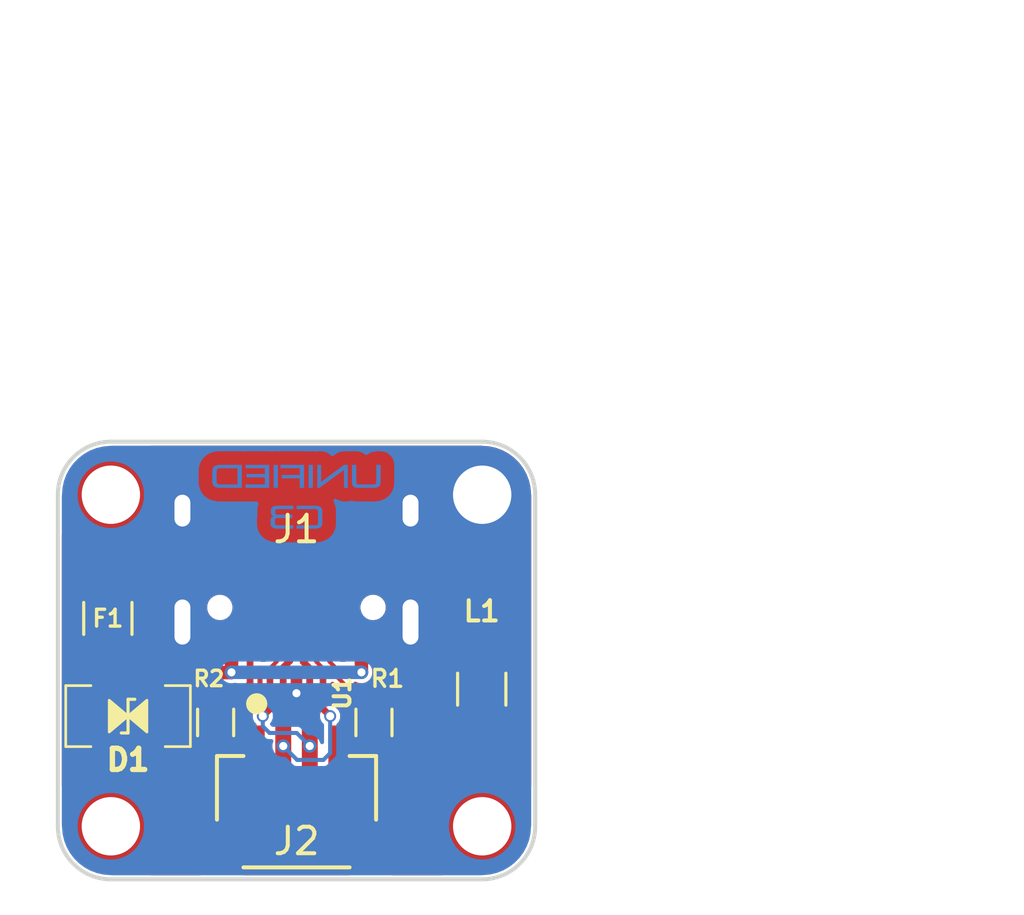
<source format=kicad_pcb>
(kicad_pcb (version 20200104) (host pcbnew "(5.99.0-840-g2507f985a)")
  (title_block (title "Unified Daughterboard") (date "2020-03-22") (rev "C3") (company "Designed by the keyboard community"))
  (layers (0 "F.Cu" signal) (31 "B.Cu" signal) (34 "B.Paste" user) (35 "F.Paste" user) (36 "B.SilkS" user) (37 "F.SilkS" user) (38 "B.Mask" user) (39 "F.Mask" user) (44 "Edge.Cuts" user))
  (net 0 "")
  (net 1 "GND")
  (net 2 "VCC")
  (net 3 "GNDPWR")
  (net 4 "Net-(J1-PadB8)")
  (net 5 "Net-(J1-PadA5)")
  (net 6 "DA+")
  (net 7 "Net-(J1-PadB5)")
  (net 8 "Net-(J1-PadA8)")
  (net 9 "DA-")
  (net 10 "VBUS")
  (net 11 "Net-(MH3-Pad1)")
  (module "Unified-Daughterboard-Logo:Unified-Daughterboard-Logo.pretty" (layer "B.Cu") (at 75.0025 66.509 180)
    (fp_text reference "G1" hide)
    (fp_text value "Unified-Daughterboard-Logo" hide)
  )
  (module "Unified-Daughterboard-Logo:Unified-Daughterboard-Name.pretty" (layer "B.Cu") (at 75.0025 58.62 180)
    (fp_text reference "G2" hide)
    (fp_text value "Unified-Daughterboard-Name" hide)
    (pad "1" smd custom (at -0.9 -0.79 180) (size 0.1 0.1) (layers "B.Cu" "B.Mask") (options (clearance outline) (anchor circle)) (primitives (gr_poly (pts (xy 0.894083 0.325546) (xy 0.541462 0.325546) (xy 0.502296 0.325545) (xy 0.465973 0.32554) (xy 0.432379 0.325531) (xy 0.401399 0.325515) (xy 0.372919 0.325491) (xy 0.346825 0.325457) (xy 0.323001 0.325412) (xy 0.301333 0.325354) (xy 0.281706 0.325282) (xy 0.264006 0.325194) (xy 0.248118 0.325088) (xy 0.233927 0.324964) (xy 0.22132 0.324818) (xy 0.21018 0.324651) (xy 0.200394 0.324459) (xy 0.191847 0.324243) (xy 0.184424 0.323999) (xy 0.178011 0.323727) (xy 0.172493 0.323425) (xy 0.167755 0.323092) (xy 0.163683 0.322725) (xy 0.160163 0.322323) (xy 0.157079 0.321885) (xy 0.154316 0.321409) (xy 0.151761 0.320894) (xy 0.149299 0.320338) (xy 0.148591 0.320169) (xy 0.134767 0.315738) (xy 0.122093 0.309466) (xy 0.111022 0.301664) (xy 0.102003 0.292642) (xy 0.096276 0.284226) (xy 0.09522 0.282323) (xy 0.094258 0.280578) (xy 0.093385 0.278853) (xy 0.092597 0.277009) (xy 0.091889 0.274907) (xy 0.091257 0.272409) (xy 0.090698 0.269377) (xy 0.090206 0.265671) (xy 0.089777 0.261153) (xy 0.089407 0.255685) (xy 0.089091 0.249127) (xy 0.088825 0.241342) (xy 0.088606 0.232189) (xy 0.088427 0.221532) (xy 0.088286 0.209231) (xy 0.088177 0.195148) (xy 0.088097 0.179143) (xy 0.088041 0.161079) (xy 0.088004 0.140816) (xy 0.087983 0.118217) (xy 0.087973 0.093142) (xy 0.08797 0.065453) (xy 0.087968 0.035011) (xy 0.087967 0.019302) (xy 0.087962 -0.012397) (xy 0.087956 -0.041279) (xy 0.087954 -0.067481) (xy 0.08796 -0.091143) (xy 0.087981 -0.112407) (xy 0.088019 -0.131409) (xy 0.088081 -0.148292) (xy 0.08817 -0.163194) (xy 0.088293 -0.176254) (xy 0.088453 -0.187613) (xy 0.088655 -0.19741) (xy 0.088905 -0.205785) (xy 0.089207 -0.212877) (xy 0.089566 -0.218826) (xy 0.089987 -0.223772) (xy 0.090474 -0.227854) (xy 0.091032 -0.231212) (xy 0.091667 -0.233986) (xy 0.092383 -0.236315) (xy 0.093185 -0.238338) (xy 0.094077 -0.240196) (xy 0.095065 -0.242029) (xy 0.096154 -0.243975) (xy 0.097122 -0.245749) (xy 0.104221 -0.256019) (xy 0.113823 -0.264855) (xy 0.125966 -0.272283) (xy 0.140689 -0.27833) (xy 0.148215 -0.28062) (xy 0.162643 -0.284604) (xy 0.894083 -0.285396) (xy 0.894083 -0.41403) (xy 0.526884 -0.413772) (xy 0.494046 -0.413747) (xy 0.461942 -0.413718) (xy 0.430703 -0.413687) (xy 0.400456 -0.413653) (xy 0.37133 -0.413616) (xy 0.343454 -0.413577) (xy 0.316956 -0.413536) (xy 0.291966 -0.413493) (xy 0.268613 -0.413449) (xy 0.247024 -0.413404) (xy 0.227328 -0.413358) (xy 0.209656 -0.413311) (xy 0.194134 -0.413263) (xy 0.180892 -0.413216) (xy 0.170059 -0.413168) (xy 0.161763 -0.413121) (xy 0.156133 -0.413074) (xy 0.153298 -0.413029) (xy 0.153028 -0.413017) (xy 0.121848 -0.409723) (xy 0.09296 -0.404651) (xy 0.066269 -0.397774) (xy 0.041682 -0.389062) (xy 0.019103 -0.378489) (xy -0.000191 -0.366948) (xy -0.009353 -0.360104) (xy -0.019054 -0.351632) (xy -0.028538 -0.342284) (xy -0.037047 -0.332809) (xy -0.043823 -0.323961) (xy -0.044427 -0.323062) (xy -0.055649 -0.303459) (xy -0.064639 -0.281934) (xy -0.071402 -0.25847) (xy -0.072805 -0.252009) (xy -0.073144 -0.250229) (xy -0.073454 -0.248282) (xy -0.073735 -0.246032) (xy -0.073989 -0.243343) (xy -0.074218 -0.240081) (xy -0.074422 -0.236108) (xy -0.074604 -0.231291) (xy -0.074764 -0.225492) (xy -0.074904 -0.218577) (xy -0.075025 -0.21041) (xy -0.075129 -0.200854) (xy -0.075216 -0.189776) (xy -0.075289 -0.177038) (xy -0.075348 -0.162506) (xy -0.075396 -0.146044) (xy -0.075432 -0.127516) (xy -0.075459 -0.106786) (xy -0.075478 -0.083719) (xy -0.075491 -0.058179) (xy -0.075498 -0.030031) (xy -0.075501 0.000861) (xy -0.075501 0.278953) (xy -0.072189 0.293898) (xy -0.066762 0.314711) (xy -0.060136 0.333172) (xy -0.052076 0.349726) (xy -0.042344 0.36482) (xy -0.030704 0.378898) (xy -0.022926 0.386832) (xy -0.0073 0.400278) (xy 0.010114 0.412157) (xy 0.029459 0.422527) (xy 0.050879 0.431444) (xy 0.074518 0.438966) (xy 0.100521 0.44515) (xy 0.129032 0.450053) (xy 0.139716 0.451488) (xy 0.142136 0.45169) (xy 0.146134 0.45188) (xy 0.151784 0.452059) (xy 0.159167 0.452228) (xy 0.168358 0.452386) (xy 0.179434 0.452535) (xy 0.192475 0.452675) (xy 0.207556 0.452805) (xy 0.224755 0.452928) (xy 0.24415 0.453042) (xy 0.265818 0.453149) (xy 0.289836 0.45325) (xy 0.316282 0.453344) (xy 0.345233 0.453431) (xy 0.376767 0.453514) (xy 0.410961 0.453591) (xy 0.447892 0.453663) (xy 0.487637 0.453732) (xy 0.523926 0.453788) (xy 0.894083 0.454326)) (width 0))))
    (pad "1" smd custom (at 0.52 -0.73 180) (size 0.1 0.1) (layers "B.Cu" "B.Mask") (options (clearance outline) (anchor circle)) (primitives (gr_poly (pts (xy 0.036814 0.394003) (xy 0.066889 0.393969) (xy 0.094232 0.393912) (xy 0.118817 0.393835) (xy 0.140617 0.393736) (xy 0.159607 0.393616) (xy 0.175759 0.393475) (xy 0.189048 0.393313) (xy 0.199447 0.39313) (xy 0.206929 0.392927) (xy 0.20996 0.392797) (xy 0.24124 0.39039) (xy 0.269999 0.386589) (xy 0.296342 0.38136) (xy 0.320374 0.374669) (xy 0.342202 0.366479) (xy 0.361931 0.356757) (xy 0.379667 0.345468) (xy 0.395515 0.332578) (xy 0.396639 0.331537) (xy 0.410142 0.316976) (xy 0.421412 0.300576) (xy 0.430475 0.282284) (xy 0.43736 0.262045) (xy 0.442093 0.239803) (xy 0.442231 0.238921) (xy 0.442943 0.232475) (xy 0.443524 0.2236) (xy 0.443972 0.212784) (xy 0.44429 0.200519) (xy 0.444476 0.187292) (xy 0.444531 0.173593) (xy 0.444456 0.159912) (xy 0.444252 0.146738) (xy 0.443917 0.134561) (xy 0.443453 0.123868) (xy 0.442861 0.115151) (xy 0.442139 0.108898) (xy 0.442136 0.108879) (xy 0.437575 0.088735) (xy 0.430735 0.070047) (xy 0.421759 0.052993) (xy 0.410787 0.03775) (xy 0.39796 0.024494) (xy 0.383421 0.013403) (xy 0.36731 0.004652) (xy 0.355107 -0.000007) (xy 0.35037 -0.001668) (xy 0.34719 -0.003066) (xy 0.346162 -0.003934) (xy 0.346233 -0.004003) (xy 0.348261 -0.004834) (xy 0.35215 -0.006203) (xy 0.355658 -0.007361) (xy 0.374014 -0.014706) (xy 0.391868 -0.024655) (xy 0.408658 -0.036859) (xy 0.421513 -0.048579) (xy 0.430795 -0.058772) (xy 0.437945 -0.06865) (xy 0.443513 -0.079144) (xy 0.448048 -0.091184) (xy 0.449481 -0.095893) (xy 0.450886 -0.101058) (xy 0.452092 -0.106308) (xy 0.453111 -0.111896) (xy 0.453956 -0.118075) (xy 0.454638 -0.125097) (xy 0.45517 -0.133217) (xy 0.455565 -0.142686) (xy 0.455834 -0.153757) (xy 0.45599 -0.166684) (xy 0.456045 -0.181718) (xy 0.456011 -0.199114) (xy 0.455901 -0.219124) (xy 0.455845 -0.227015) (xy 0.455699 -0.246046) (xy 0.45555 -0.262402) (xy 0.45537 -0.276368) (xy 0.455134 -0.288225) (xy 0.454815 -0.298257) (xy 0.454388 -0.306749) (xy 0.453827 -0.313983) (xy 0.453106 -0.320243) (xy 0.452198 -0.325813) (xy 0.451078 -0.330975) (xy 0.44972 -0.336013) (xy 0.448098 -0.341211) (xy 0.446185 -0.346852) (xy 0.444385 -0.352) (xy 0.436271 -0.370825) (xy 0.425675 -0.388126) (xy 0.412579 -0.40392) (xy 0.396964 -0.418223) (xy 0.37881 -0.431054) (xy 0.358101 -0.442428) (xy 0.334816 -0.452364) (xy 0.33421 -0.452591) (xy 0.313456 -0.459297) (xy 0.29046 -0.464759) (xy 0.265071 -0.469006) (xy 0.237137 -0.472068) (xy 0.231483 -0.472522) (xy 0.227444 -0.472711) (xy 0.220507 -0.472889) (xy 0.210732 -0.473055) (xy 0.198179 -0.473209) (xy 0.182908 -0.47335) (xy 0.164979 -0.473479) (xy 0.144453 -0.473596) (xy 0.12139 -0.473699) (xy 0.095849 -0.473788) (xy 0.067891 -0.473865) (xy 0.037575 -0.473927) (xy 0.004963 -0.473974) (xy -0.029886 -0.474008) (xy -0.066911 -0.474026) (xy -0.095055 -0.47403) (xy -0.401699 -0.47403) (xy -0.401314 -0.410057) (xy -0.400928 -0.346083) (xy -0.094004 -0.345344) (xy 0.21292 -0.344604) (xy 0.22752 -0.340576) (xy 0.243116 -0.335501) (xy 0.256059 -0.329555) (xy 0.266565 -0.322593) (xy 0.27485 -0.314468) (xy 0.28113 -0.305037) (xy 0.281618 -0.304092) (xy 0.283733 -0.299797) (xy 0.285505 -0.295814) (xy 0.286966 -0.291836) (xy 0.288151 -0.287554) (xy 0.289093 -0.28266) (xy 0.289826 -0.276847) (xy 0.290384 -0.269806) (xy 0.290801 -0.26123) (xy 0.29111 -0.250811) (xy 0.291345 -0.238241) (xy 0.29154 -0.223211) (xy 0.291656 -0.212506) (xy 0.291807 -0.193423) (xy 0.291838 -0.176815) (xy 0.291751 -0.162775) (xy 0.291546 -0.151397) (xy 0.291226 -0.142773) (xy 0.290791 -0.136997) (xy 0.290709 -0.13633) (xy 0.287993 -0.123624) (xy 0.283362 -0.112695) (xy 0.276633 -0.103349) (xy 0.267622 -0.095389) (xy 0.256147 -0.088622) (xy 0.242024 -0.082851) (xy 0.239897 -0.082135) (xy 0.237084 -0.081192) (xy 0.234531 -0.080326) (xy 0.232109 -0.079533) (xy 0.229687 -0.07881) (xy 0.227137 -0.078154) (xy 0.224328 -0.077561) (xy 0.22113 -0.077027) (xy 0.217414 -0.076549) (xy 0.21305 -0.076125) (xy 0.207909 -0.075749) (xy 0.201859 -0.075419) (xy 0.194773 -0.075131) (xy 0.186519 -0.074882) (xy 0.176968 -0.074668) (xy 0.165991 -0.074485) (xy 0.153457 -0.074332) (xy 0.139238 -0.074203) (xy 0.123202 -0.074095) (xy 0.10522 -0.074005) (xy 0.085163 -0.07393) (xy 0.062901 -0.073865) (xy 0.038304 -0.073808) (xy 0.011242 -0.073755) (xy -0.018414 -0.073702) (xy -0.050795 -0.073647) (xy -0.078859 -0.073598) (xy -0.36472 -0.073087) (xy -0.36395 0.054767) (xy 0.218836 0.056317) (xy 0.231049 0.059589) (xy 0.243885 0.063686) (xy 0.254177 0.06852) (xy 0.2623 0.074348) (xy 0.268629 0.08143) (xy 0.272661 0.088185) (xy 0.274618 0.092282) (xy 0.276214 0.096204) (xy 0.277483 0.100294) (xy 0.278455 0.104896) (xy 0.279164 0.110352) (xy 0.279642 0.117006) (xy 0.279921 0.125202) (xy 0.280035 0.135283) (xy 0.280015 0.147592) (xy 0.279893 0.162473) (xy 0.279873 0.164511) (xy 0.279698 0.179573) (xy 0.279478 0.192007) (xy 0.279165 0.20214) (xy 0.278713 0.210304) (xy 0.278074 0.216826) (xy 0.277201 0.222038) (xy 0.276047 0.226267) (xy 0.274566 0.229844) (xy 0.27271 0.233097) (xy 0.270432 0.236357) (xy 0.269417 0.237704) (xy 0.262986 0.244896) (xy 0.255535 0.250693) (xy 0.246579 0.255351) (xy 0.235632 0.259124) (xy 0.22305 0.262101) (xy 0.221398 0.262406) (xy 0.219527 0.262687) (xy 0.217312 0.262945) (xy 0.21463 0.263182) (xy 0.211358 0.263398) (xy 0.207372 0.263595) (xy 0.202549 0.263774) (xy 0.196765 0.263937) (xy 0.189898 0.264083) (xy 0.181822 0.264216) (xy 0.172416 0.264335) (xy 0.161556 0.264442) (xy 0.149117 0.264538) (xy 0.134977 0.264625) (xy 0.119012 0.264703) (xy 0.101099 0.264773) (xy 0.081114 0.264838) (xy 0.058934 0.264898) (xy 0.034436 0.264954) (xy 0.007495 0.265008) (xy -0.022011 0.26506) (xy -0.054206 0.265112) (xy -0.089214 0.265166) (xy -0.095869 0.265175) (xy -0.401699 0.265627) (xy -0.401314 0.32956) (xy -0.400928 0.393493) (xy -0.110275 0.393927) (xy -0.069537 0.393978) (xy -0.031425 0.394008) (xy 0.004034 0.394017)) (width 0))))
    (pad "1" smd custom (at 2.15 1.08 180) (size 0.1 0.1) (layers "B.Cu" "B.Mask") (options (clearance outline) (anchor circle)) (primitives (gr_poly (pts (xy 0.324991 0.124007) (xy 0.368605 0.123999) (xy 0.410278 0.12398) (xy 0.449948 0.123952) (xy 0.487554 0.123913) (xy 0.523033 0.123864) (xy 0.556324 0.123805) (xy 0.587364 0.123737) (xy 0.616092 0.12366) (xy 0.642445 0.123573) (xy 0.666363 0.123478) (xy 0.687783 0.123374) (xy 0.706643 0.123262) (xy 0.722881 0.123141) (xy 0.736436 0.123012) (xy 0.747246 0.122876) (xy 0.755247 0.122731) (xy 0.76038 0.12258) (xy 0.761711 0.122511) (xy 0.794505 0.119594) (xy 0.824732 0.115348) (xy 0.852488 0.109741) (xy 0.877866 0.102741) (xy 0.900958 0.094314) (xy 0.92186 0.084428) (xy 0.940664 0.073051) (xy 0.957464 0.06015) (xy 0.967359 0.050927) (xy 0.978668 0.03844) (xy 0.98853 0.025063) (xy 0.99709 0.010475) (xy 1.004491 -0.005648) (xy 1.010876 -0.023626) (xy 1.016388 -0.043784) (xy 1.02117 -0.066444) (xy 1.022297 -0.072698) (xy 1.022638 -0.074879) (xy 1.022949 -0.077425) (xy 1.02323 -0.080485) (xy 1.023484 -0.084209) (xy 1.023713 -0.088745) (xy 1.023919 -0.094244) (xy 1.024104 -0.100855) (xy 1.02427 -0.108727) (xy 1.024418 -0.11801) (xy 1.024552 -0.128854) (xy 1.024672 -0.141407) (xy 1.024782 -0.15582) (xy 1.024882 -0.172242) (xy 1.024976 -0.190822) (xy 1.025064 -0.21171) (xy 1.025149 -0.235055) (xy 1.025233 -0.261007) (xy 1.025318 -0.289715) (xy 1.025349 -0.300487) (xy 1.025433 -0.333739) (xy 1.025492 -0.364116) (xy 1.025524 -0.391701) (xy 1.025529 -0.416576) (xy 1.025508 -0.438826) (xy 1.025458 -0.458533) (xy 1.025381 -0.47578) (xy 1.025275 -0.49065) (xy 1.025141 -0.503226) (xy 1.024977 -0.513591) (xy 1.024784 -0.521829) (xy 1.024561 -0.528022) (xy 1.024308 -0.532253) (xy 1.024268 -0.532714) (xy 1.020814 -0.560023) (xy 1.015577 -0.585016) (xy 1.008478 -0.6078) (xy 0.999436 -0.628476) (xy 0.988374 -0.64715) (xy 0.97521 -0.663926) (xy 0.959866 -0.678908) (xy 0.942262 -0.692199) (xy 0.922318 -0.703905) (xy 0.899954 -0.714129) (xy 0.880066 -0.721378) (xy 0.860175 -0.727264) (xy 0.839122 -0.732172) (xy 0.816538 -0.736161) (xy 0.792054 -0.739291) (xy 0.7653 -0.74162) (xy 0.746919 -0.742712) (xy 0.742311 -0.742866) (xy 0.734822 -0.743013) (xy 0.72453 -0.743153) (xy 0.711511 -0.743285) (xy 0.695844 -0.74341) (xy 0.677605 -0.743527) (xy 0.656872 -0.743635) (xy 0.633723 -0.743735) (xy 0.608234 -0.743827) (xy 0.580483 -0.743909) (xy 0.550548 -0.743982) (xy 0.518505 -0.744046) (xy 0.484433 -0.744099) (xy 0.448409 -0.744143) (xy 0.410509 -0.744176) (xy 0.370812 -0.744199) (xy 0.329394 -0.744211) (xy 0.313898 -0.744212) (xy -0.089541 -0.744233) (xy -0.089541 -0.615547) (xy 0.074645 -0.615547) (xy 0.39673 -0.615534) (xy 0.435225 -0.615525) (xy 0.471786 -0.615502) (xy 0.506343 -0.615466) (xy 0.538823 -0.615417) (xy 0.569156 -0.615355) (xy 0.597269 -0.61528) (xy 0.623091 -0.615192) (xy 0.646549 -0.615093) (xy 0.667574 -0.614982) (xy 0.686092 -0.61486) (xy 0.702033 -0.614726) (xy 0.715324 -0.614582) (xy 0.725895 -0.614428) (xy 0.733673 -0.614263) (xy 0.738586 -0.614088) (xy 0.739524 -0.614032) (xy 0.760224 -0.612057) (xy 0.778308 -0.609255) (xy 0.794019 -0.605547) (xy 0.807602 -0.600851) (xy 0.819304 -0.595087) (xy 0.829369 -0.588175) (xy 0.835723 -0.582459) (xy 0.843457 -0.573443) (xy 0.849523 -0.56337) (xy 0.854239 -0.551617) (xy 0.857544 -0.539296) (xy 0.860814 -0.524579) (xy 0.860814 -0.098583) (xy 0.857536 -0.083791) (xy 0.852863 -0.067553) (xy 0.84653 -0.053656) (xy 0.838456 -0.041941) (xy 0.833165 -0.036295) (xy 0.825753 -0.029682) (xy 0.81868 -0.024594) (xy 0.810985 -0.020469) (xy 0.801711 -0.016743) (xy 0.79721 -0.015194) (xy 0.794132 -0.014149) (xy 0.791341 -0.013182) (xy 0.78872 -0.012289) (xy 0.786151 -0.011468) (xy 0.783516 -0.010715) (xy 0.780697 -0.010027) (xy 0.777575 -0.009401) (xy 0.774032 -0.008835) (xy 0.769951 -0.008324) (xy 0.765214 -0.007865) (xy 0.759702 -0.007457) (xy 0.753297 -0.007094) (xy 0.745882 -0.006775) (xy 0.737338 -0.006496) (xy 0.727547 -0.006255) (xy 0.716391 -0.006047) (xy 0.703752 -0.00587) (xy 0.689512 -0.00572) (xy 0.673554 -0.005595) (xy 0.655758 -0.005492) (xy 0.636007 -0.005407) (xy 0.614183 -0.005337) (xy 0.590167 -0.005279) (xy 0.563843 -0.00523) (xy 0.535091 -0.005186) (xy 0.503793 -0.005146) (xy 0.469832 -0.005104) (xy 0.43309 -0.00506) (xy 0.41374 -0.005035) (xy 0.074645 -0.004595) (xy 0.074645 -0.615547) (xy -0.089541 -0.615547) (xy -0.089541 0.124029)) (width 0))))
    (pad "1" smd custom (at 1.12 1.09 180) (size 0.1 0.1) (layers "B.Cu" "B.Mask") (options (clearance outline) (anchor circle)) (primitives (gr_poly (pts (xy 0.801419 -0.014657) (xy 0.072197 -0.014657) (xy 0.072197 -0.230613) (xy 0.76444 -0.230613) (xy 0.76444 -0.359299) (xy 0.072181 -0.359299) (xy 0.072558 -0.492053) (xy 0.072936 -0.624807) (xy 0.437177 -0.62518) (xy 0.801419 -0.625552) (xy 0.801419 -0.754233) (xy 0.355701 -0.754233) (xy 0.319573 -0.75423) (xy 0.284211 -0.75422) (xy 0.24973 -0.754204) (xy 0.216242 -0.754183) (xy 0.183864 -0.754156) (xy 0.152708 -0.754124) (xy 0.122891 -0.754087) (xy 0.094525 -0.754045) (xy 0.067726 -0.753998) (xy 0.042608 -0.753947) (xy 0.019286 -0.753893) (xy -0.002127 -0.753834) (xy -0.021516 -0.753772) (xy -0.038766 -0.753707) (xy -0.053764 -0.753638) (xy -0.066393 -0.753567) (xy -0.076541 -0.753493) (xy -0.084093 -0.753417) (xy -0.088934 -0.75334) (xy -0.09095 -0.75326) (xy -0.091003 -0.753247) (xy -0.091084 -0.751705) (xy -0.091164 -0.747321) (xy -0.091241 -0.740211) (xy -0.091316 -0.730491) (xy -0.091388 -0.718277) (xy -0.091458 -0.703685) (xy -0.091524 -0.686831) (xy -0.091588 -0.667831) (xy -0.091647 -0.646802) (xy -0.091703 -0.623859) (xy -0.091755 -0.599118) (xy -0.091802 -0.572696) (xy -0.091844 -0.544709) (xy -0.091882 -0.515272) (xy -0.091914 -0.484502) (xy -0.091941 -0.452515) (xy -0.091963 -0.419426) (xy -0.091978 -0.385353) (xy -0.091987 -0.350411) (xy -0.091989 -0.319116) (xy -0.091989 0.114029) (xy 0.801419 0.114029)) (width 0))))
    (pad "1" smd custom (at 0.78 0.91 180) (size 0.1 0.1) (layers "B.Cu" "B.Mask") (options (clearance outline) (anchor circle)) (primitives (gr_poly (pts (xy 0.082346 -0.574233) (xy -0.08184 -0.574233) (xy -0.08184 0.294029) (xy 0.082346 0.294029)) (width 0))))
    (pad "1" smd custom (at -0.21 1.11 180) (size 0.1 0.1) (layers "B.Cu" "B.Mask") (options (clearance outline) (anchor circle)) (primitives (gr_poly (pts (xy 0.813494 -0.034657) (xy 0.085751 -0.034657) (xy 0.085751 -0.287592) (xy 0.764682 -0.287592) (xy 0.764682 -0.416278) (xy 0.085763 -0.416278) (xy 0.085387 -0.594886) (xy 0.085012 -0.773493) (xy 0.003288 -0.773876) (xy -0.078435 -0.774258) (xy -0.078435 0.094029) (xy 0.813494 0.094029)) (width 0))))
    (pad "1" smd custom (at -0.54 1.02 180) (size 0.1 0.1) (layers "B.Cu" "B.Mask") (options (clearance outline) (anchor circle)) (primitives (gr_poly (pts (xy 0.084421 -0.684233) (xy 0.003314 -0.684233) (xy -0.011904 -0.684215) (xy -0.026228 -0.684165) (xy -0.039385 -0.684085) (xy -0.051103 -0.683979) (xy -0.061112 -0.68385) (xy -0.069138 -0.683701) (xy -0.07491 -0.683536) (xy -0.078157 -0.683357) (xy -0.078779 -0.683247) (xy -0.07886 -0.681705) (xy -0.078939 -0.677321) (xy -0.079016 -0.670211) (xy -0.079091 -0.660491) (xy -0.079164 -0.648277) (xy -0.079233 -0.633685) (xy -0.0793 -0.616831) (xy -0.079363 -0.597831) (xy -0.079423 -0.576802) (xy -0.079478 -0.553859) (xy -0.07953 -0.529118) (xy -0.079577 -0.502696) (xy -0.07962 -0.474709) (xy -0.079657 -0.445272) (xy -0.07969 -0.414502) (xy -0.079717 -0.382515) (xy -0.079738 -0.349426) (xy -0.079753 -0.315353) (xy -0.079762 -0.280411) (xy -0.079765 -0.249116) (xy -0.079765 0.184029) (xy 0.084421 0.184029)) (width 0))))
    (pad "1" smd custom (at -1.86 1.08 180) (size 0.1 0.1) (layers "B.Cu" "B.Mask") (options (clearance outline) (anchor circle)) (primitives (gr_poly (pts (xy 1.07457 -0.744233) (xy 0.994882 -0.744233) (xy 0.725953 -0.548012) (xy 0.697516 -0.527263) (xy 0.667905 -0.505658) (xy 0.637358 -0.483369) (xy 0.606113 -0.460572) (xy 0.574407 -0.437438) (xy 0.54248 -0.414142) (xy 0.510567 -0.390857) (xy 0.478909 -0.367758) (xy 0.447742 -0.345017) (xy 0.417304 -0.322808) (xy 0.387834 -0.301305) (xy 0.359569 -0.280681) (xy 0.332747 -0.26111) (xy 0.307606 -0.242766) (xy 0.284385 -0.225822) (xy 0.26375 -0.210765) (xy 0.242443 -0.195223) (xy 0.221784 -0.18016) (xy 0.201899 -0.165668) (xy 0.182913 -0.15184) (xy 0.164954 -0.138767) (xy 0.148149 -0.126541) (xy 0.132622 -0.115254) (xy 0.118502 -0.104998) (xy 0.105914 -0.095864) (xy 0.094985 -0.087945) (xy 0.085842 -0.081333) (xy 0.07861 -0.076119) (xy 0.073417 -0.072395) (xy 0.070388 -0.070253) (xy 0.069611 -0.069739) (xy 0.069531 -0.071197) (xy 0.069452 -0.075481) (xy 0.069376 -0.082462) (xy 0.069303 -0.092007) (xy 0.069233 -0.103986) (xy 0.069166 -0.118268) (xy 0.069102 -0.134721) (xy 0.069043 -0.153214) (xy 0.068988 -0.173616) (xy 0.068938 -0.195796) (xy 0.068893 -0.219624) (xy 0.068854 -0.244966) (xy 0.06882 -0.271694) (xy 0.068792 -0.299675) (xy 0.06877 -0.328777) (xy 0.068756 -0.358871) (xy 0.068748 -0.389825) (xy 0.068747 -0.406986) (xy 0.068747 -0.744233) (xy -0.074731 -0.744233) (xy -0.074731 0.124029) (xy 0.068007 0.123947) (xy 0.49918 -0.197759) (xy 0.930353 -0.519464) (xy 0.930726 -0.197717) (xy 0.931099 0.124029) (xy 1.07457 0.124029)) (width 0))))
    (pad "1" smd custom (at -3.1 0.8 180) (size 0.1 0.1) (layers "B.Cu" "B.Mask") (options (clearance outline) (anchor circle)) (primitives (gr_poly (pts (xy 0.089951 0.069371) (xy 0.089952 0.031594) (xy 0.089952 -0.003341) (xy 0.089953 -0.035549) (xy 0.089959 -0.065147) (xy 0.089972 -0.092251) (xy 0.089995 -0.116977) (xy 0.09003 -0.13944) (xy 0.090082 -0.159757) (xy 0.090152 -0.178044) (xy 0.090244 -0.194417) (xy 0.09036 -0.208991) (xy 0.090503 -0.221883) (xy 0.090677 -0.233209) (xy 0.090884 -0.243085) (xy 0.091127 -0.251626) (xy 0.091408 -0.258949) (xy 0.091732 -0.26517) (xy 0.0921 -0.270405) (xy 0.092515 -0.274769) (xy 0.092981 -0.278379) (xy 0.0935 -0.281351) (xy 0.094075 -0.283801) (xy 0.094709 -0.285845) (xy 0.095405 -0.287598) (xy 0.096166 -0.289178) (xy 0.096994 -0.290699) (xy 0.097893 -0.292277) (xy 0.098866 -0.29403) (xy 0.098977 -0.294237) (xy 0.106317 -0.305001) (xy 0.115997 -0.314107) (xy 0.128049 -0.321571) (xy 0.142509 -0.327411) (xy 0.159412 -0.331646) (xy 0.17591 -0.334016) (xy 0.179246 -0.334204) (xy 0.185359 -0.33438) (xy 0.194065 -0.334544) (xy 0.205185 -0.334696) (xy 0.218535 -0.334836) (xy 0.233933 -0.334964) (xy 0.251199 -0.335081) (xy 0.270149 -0.335185) (xy 0.290601 -0.335278) (xy 0.312375 -0.335358) (xy 0.335288 -0.335427) (xy 0.359158 -0.335484) (xy 0.383803 -0.335529) (xy 0.409041 -0.335562) (xy 0.434691 -0.335583) (xy 0.46057 -0.335592) (xy 0.486496 -0.335589) (xy 0.512288 -0.335574) (xy 0.537763 -0.335548) (xy 0.56274 -0.335509) (xy 0.587037 -0.335459) (xy 0.610471 -0.335397) (xy 0.632862 -0.335322) (xy 0.654026 -0.335236) (xy 0.673782 -0.335138) (xy 0.691949 -0.335028) (xy 0.708343 -0.334906) (xy 0.722784 -0.334772) (xy 0.735089 -0.334626) (xy 0.745076 -0.334468) (xy 0.752564 -0.334299) (xy 0.757371 -0.334117) (xy 0.758715 -0.334021) (xy 0.777734 -0.331215) (xy 0.794289 -0.326811) (xy 0.808426 -0.320781) (xy 0.820189 -0.313093) (xy 0.829625 -0.303717) (xy 0.836778 -0.292623) (xy 0.841693 -0.279782) (xy 0.842026 -0.278547) (xy 0.842279 -0.277334) (xy 0.842513 -0.275636) (xy 0.842728 -0.273342) (xy 0.842926 -0.270338) (xy 0.843106 -0.266511) (xy 0.84327 -0.261748) (xy 0.843419 -0.255935) (xy 0.843553 -0.24896) (xy 0.843673 -0.240709) (xy 0.84378 -0.231069) (xy 0.843874 -0.219928) (xy 0.843956 -0.207172) (xy 0.844027 -0.192687) (xy 0.844088 -0.176361) (xy 0.844139 -0.15808) (xy 0.844182 -0.137732) (xy 0.844216 -0.115203) (xy 0.844243 -0.090381) (xy 0.844263 -0.063151) (xy 0.844278 -0.033401) (xy 0.844287 -0.001018) (xy 0.844292 0.034112) (xy 0.844293 0.067094) (xy 0.844293 0.404029) (xy 1.010053 0.404029) (xy 1.009556 0.059017) (xy 1.009502 0.020589) (xy 1.009454 -0.015001) (xy 1.009408 -0.047871) (xy 1.009362 -0.078142) (xy 1.009313 -0.105933) (xy 1.009257 -0.131363) (xy 1.009192 -0.154552) (xy 1.009113 -0.175619) (xy 1.00902 -0.194684) (xy 1.008908 -0.211867) (xy 1.008774 -0.227287) (xy 1.008615 -0.241063) (xy 1.008429 -0.253315) (xy 1.008212 -0.264163) (xy 1.007962 -0.273726) (xy 1.007675 -0.282124) (xy 1.007348 -0.289476) (xy 1.006978 -0.295902) (xy 1.006562 -0.301521) (xy 1.006098 -0.306452) (xy 1.005582 -0.310816) (xy 1.005011 -0.314732) (xy 1.004382 -0.31832) (xy 1.003692 -0.321698) (xy 1.002938 -0.324986) (xy 1.002118 -0.328305) (xy 1.001227 -0.331773) (xy 1.000264 -0.33551) (xy 0.999505 -0.338505) (xy 0.992987 -0.358905) (xy 0.984093 -0.377575) (xy 0.97288 -0.394443) (xy 0.959403 -0.409438) (xy 0.943719 -0.42249) (xy 0.925882 -0.433527) (xy 0.924506 -0.434247) (xy 0.910155 -0.441169) (xy 0.895924 -0.44693) (xy 0.88132 -0.451648) (xy 0.865846 -0.455443) (xy 0.849006 -0.458433) (xy 0.830305 -0.460737) (xy 0.809248 -0.462474) (xy 0.805835 -0.462694) (xy 0.801797 -0.462851) (xy 0.794977 -0.462998) (xy 0.785549 -0.463134) (xy 0.773691 -0.463261) (xy 0.759577 -0.463378) (xy 0.743383 -0.463485) (xy 0.725286 -0.463582) (xy 0.70546 -0.463669) (xy 0.684081 -0.463747) (xy 0.661326 -0.463814) (xy 0.637369 -0.463872) (xy 0.612387 -0.46392) (xy 0.586556 -0.463959) (xy 0.56005 -0.463987) (xy 0.533046 -0.464006) (xy 0.505719 -0.464015) (xy 0.478246 -0.464015) (xy 0.450801 -0.464005) (xy 0.423561 -0.463985) (xy 0.396701 -0.463956) (xy 0.370397 -0.463917) (xy 0.344824 -0.463869) (xy 0.32016 -0.463811) (xy 0.296578 -0.463744) (xy 0.274255 -0.463667) (xy 0.253366 -0.463581) (xy 0.234088 -0.463485) (xy 0.216596 -0.46338) (xy 0.201065 -0.463265) (xy 0.187672 -0.463141) (xy 0.176592 -0.463008) (xy 0.168001 -0.462866) (xy 0.162074 -0.462714) (xy 0.159766 -0.462612) (xy 0.130734 -0.460065) (xy 0.103987 -0.456031) (xy 0.079213 -0.450434) (xy 0.056097 -0.4432) (xy 0.034325 -0.434254) (xy 0.027473 -0.430958) (xy 0.010583 -0.421761) (xy -0.003985 -0.412081) (xy -0.01687 -0.401474) (xy -0.022834 -0.39573) (xy -0.036916 -0.379497) (xy -0.048721 -0.361574) (xy -0.058291 -0.341867) (xy -0.065671 -0.320281) (xy -0.070903 -0.296724) (xy -0.072005 -0.289648) (xy -0.072252 -0.287609) (xy -0.07248 -0.285022) (xy -0.07269 -0.281773) (xy -0.072883 -0.277748) (xy -0.07306 -0.272833) (xy -0.07322 -0.266916) (xy -0.073366 -0.259882) (xy -0.073498 -0.251618) (xy -0.073615 -0.242011) (xy -0.07372 -0.230945) (xy -0.073813 -0.218309) (xy -0.073894 -0.203987) (xy -0.073965 -0.187867) (xy -0.074025 -0.169835) (xy -0.074076 -0.149778) (xy -0.074119 -0.12758) (xy -0.074153 -0.10313) (xy -0.074181 -0.076313) (xy -0.074202 -0.047016) (xy -0.074217 -0.015124) (xy -0.074227 0.019475) (xy -0.074233 0.056895) (xy -0.074233 0.064934) (xy -0.07426 0.404029) (xy 0.089925 0.404029)) (width 0))))
  )
  (module "acheron_Components:USON-10_2.5x1.0mm_P0.5mm" (layer "F.Cu") (at 75.0025 66.0264 90)
    (fp_text reference "U1" (at 0 1.7272 90) (layer "F.SilkS") (effects (font (size 0.6 0.6))))
    (fp_text value "TPD4E05U06DQAR")
    (fp_circle (center -0.4 -1.5) (end -0.4 -1.5) (layer "F.SilkS") (width 0.4))
    (pad "1" smd roundrect (at -0.385 -1) (size 0.25 0.55) (layers "F.Cu" "F.Paste" "F.Mask") (roundrect_rratio 0.5) (net 6 "DA+"))
    (pad "2" smd rect (at -0.385 -0.5) (size 0.25 0.55) (layers "F.Cu" "F.Paste" "F.Mask") (net 9 "DA-"))
    (pad "3" smd rect (at -0.385 0) (size 0.3 0.55) (layers "F.Cu" "F.Paste" "F.Mask") (net 3 "GNDPWR"))
    (pad "4" smd rect (at -0.385 0.5) (size 0.25 0.55) (layers "F.Cu" "F.Paste" "F.Mask") (net 6 "DA+"))
    (pad "5" smd rect (at -0.385 1) (size 0.25 0.55) (layers "F.Cu" "F.Paste" "F.Mask") (net 9 "DA-"))
    (pad "9" smd rect (at 0.385 -0.5) (size 0.25 0.55) (layers "F.Cu" "F.Paste" "F.Mask") (net 9 "DA-"))
    (pad "6" smd rect (at 0.385 1) (size 0.25 0.55) (layers "F.Cu" "F.Paste" "F.Mask") (net 9 "DA-"))
    (pad "7" smd rect (at 0.385 0.5) (size 0.25 0.55) (layers "F.Cu" "F.Paste" "F.Mask") (net 6 "DA+"))
    (pad "10" smd rect (at 0.385 -1) (size 0.25 0.55) (layers "F.Cu" "F.Paste" "F.Mask") (net 6 "DA+"))
    (pad "8" smd rect (at 0.385 0) (size 0.3 0.55) (layers "F.Cu" "F.Paste" "F.Mask") (net 3 "GNDPWR"))
  )
  (module "Inductor_SMD:L_1206_3216Metric" (layer "F.Cu") (at 81.9875 65.874 90)
    (fp_text reference "L1" (at 2.936 0 180) (layer "F.SilkS") (effects (font (size 0.762 0.762) (thickness 0.1524))))
    (fp_text value "60R@100MHz")
    (fp_line (start -0.602064 -0.91) (end 0.602064 -0.91) (layer "F.SilkS") (width 0.12))
    (fp_line (start -0.602064 0.91) (end 0.602064 0.91) (layer "F.SilkS") (width 0.12))
    (pad "2" smd roundrect (at 1.4 0 90) (size 1.25 1.75) (layers "F.Cu" "F.Paste" "F.Mask") (roundrect_rratio 0.2) (net 3 "GNDPWR"))
    (pad "1" smd roundrect (at -1.4 0 90) (size 1.25 1.75) (layers "F.Cu" "F.Paste" "F.Mask") (roundrect_rratio 0.2) (net 1 "GND"))
  )
  (module "Resistors_SMD:R_0603" (layer "F.Cu") (at 71.9545 67.129 -90)
    (fp_text reference "R2" (at -1.651 0.254 -180) (layer "F.SilkS") (effects (font (size 0.5842 0.5842) (thickness 0.127))))
    (fp_text value "5.1k")
    (fp_line (start 0.5 0.68) (end -0.5 0.68) (layer "F.SilkS") (width 0.12))
    (fp_line (start -0.5 -0.68) (end 0.5 -0.68) (layer "F.SilkS") (width 0.12))
    (pad "1" smd rect (at -0.75 0 270) (size 0.5 0.9) (layers "F.Cu" "F.Paste" "F.Mask") (net 7 "Net-(J1-PadB5)"))
    (pad "2" smd rect (at 0.75 0 270) (size 0.5 0.9) (layers "F.Cu" "F.Paste" "F.Mask") (net 3 "GNDPWR"))
  )
  (module "Fuse:Fuse_1206_3216Metric" (layer "F.Cu") (at 67.8905 63.207 -90)
    (fp_text reference "F1" (at 0 0) (layer "F.SilkS") (effects (font (size 0.635 0.635) (thickness 0.127))))
    (fp_text value "ASMD1206-150")
    (fp_line (start -0.602064 -0.91) (end 0.602064 -0.91) (layer "F.SilkS") (width 0.12))
    (fp_line (start -0.602064 0.91) (end 0.602064 0.91) (layer "F.SilkS") (width 0.12))
    (pad "2" smd roundrect (at 1.4 0 270) (size 1.25 1.75) (layers "F.Cu" "F.Paste" "F.Mask") (roundrect_rratio 0.2) (net 2 "VCC"))
    (pad "1" smd roundrect (at -1.4 0 270) (size 1.25 1.75) (layers "F.Cu" "F.Paste" "F.Mask") (roundrect_rratio 0.2) (net 10 "VBUS"))
  )
  (module "acheron_Components:D_SOD-123_Bidirectional" (layer "F.Cu") (at 68.6525 66.89 180)
    (fp_text reference "D1" (at 0 -1.651 180) (layer "F.SilkS") (effects (font (size 0.8 0.8) (thickness 0.2))))
    (fp_text value "SMF9.0CA")
    (fp_line (start 0 0.635) (end -0.254 0.635) (layer "F.SilkS") (width 0.12))
    (fp_line (start 0 -0.635) (end 0.254 -0.635) (layer "F.SilkS") (width 0.12))
    (fp_line (start 0 0.635) (end 0 -0.635) (layer "F.SilkS") (width 0.12))
    (fp_poly (pts (xy 0 0) (xy 0.711 -0.6) (xy 0.711 0.6)) (layer "F.SilkS") (width 0.1))
    (fp_poly (pts (xy 0 0) (xy -0.711 0.6) (xy -0.711 -0.6)) (layer "F.SilkS") (width 0.1))
    (fp_line (start 2.35 -1.15) (end 2.35 1.15) (layer "F.SilkS") (width 0.1016))
    (fp_line (start 2.35 1.15) (end 1.4 1.15) (layer "F.SilkS") (width 0.1016))
    (fp_line (start 2.35 -1.15) (end 1.4 -1.15) (layer "F.SilkS") (width 0.1016))
    (fp_line (start -2.35 1.15) (end -2.35 -1.15) (layer "F.SilkS") (width 0.1016))
    (fp_line (start -2.35 1.15) (end -1.4 1.15) (layer "F.SilkS") (width 0.1016))
    (fp_line (start -2.35 -1.15) (end -1.4 -1.15) (layer "F.SilkS") (width 0.1016))
    (pad "1" smd roundrect (at -1.65 0 180) (size 1 1.2) (layers "F.Cu" "F.Paste" "F.Mask") (net 3 "GNDPWR"))
    (pad "2" smd roundrect (at 1.65 0 180) (size 1 1.2) (layers "F.Cu" "F.Paste" "F.Mask") (net 2 "VCC"))
  )
  (module "acheron_Connectors:TYPE-C-31-M-12" (layer "F.Cu") (at 75.0025 64.843 180)
    (fp_text reference "J1" (at 0 5) (layer "F.SilkS"))
    (fp_text value "TYPE-C-31-M12_13")
    (pad "S" thru_hole oval (at 4.3 1.5 180) (size 1.1 2.2) (drill oval 0.6 1.7) (layers *.Cu *.Mask) (net 3 "GNDPWR"))
    (pad "S" thru_hole oval (at 4.3 5.7 180) (size 1.3 1.9) (drill oval 0.6 1.2) (layers *.Cu *.Mask) (net 3 "GNDPWR"))
    (pad "" np_thru_hole circle (at 2.89 2.051 180) (size 0.65 0.65) (drill 0.65) (layers *.Cu *.Mask))
    (pad "" np_thru_hole circle (at -2.89 2.051 180) (size 0.65 0.65) (drill 0.65) (layers *.Cu *.Mask))
    (pad "S" thru_hole oval (at -4.3 5.7 180) (size 1.3 1.9) (drill oval 0.6 1.2) (layers *.Cu *.Mask) (net 3 "GNDPWR"))
    (pad "A1" smd roundrect (at -3.25 1.275 180) (size 0.6 1.45) (drill (offset 0 -0.55)) (layers "F.Cu" "F.Paste" "F.Mask") (net 3 "GNDPWR"))
    (pad "B8" smd roundrect (at -1.75 1.275 180) (size 0.3 1.45) (drill (offset 0 -0.55)) (layers "F.Cu" "F.Paste" "F.Mask") (net 4 "Net-(J1-PadB8)"))
    (pad "A5" smd roundrect (at -1.25 1.275 180) (size 0.3 1.45) (drill (offset 0 -0.55)) (layers "F.Cu" "F.Paste" "F.Mask") (net 5 "Net-(J1-PadA5)"))
    (pad "B7" smd roundrect (at -0.75 1.275 180) (size 0.3 1.45) (drill (offset 0 -0.55)) (layers "F.Cu" "F.Paste" "F.Mask") (net 9 "DA-"))
    (pad "A6" smd roundrect (at -0.254 1.275 180) (size 0.3 1.45) (drill (offset 0 -0.55)) (layers "F.Cu" "F.Paste" "F.Mask") (net 6 "DA+"))
    (pad "B5" smd roundrect (at 1.75 1.275 180) (size 0.3 1.45) (drill (offset 0 -0.55)) (layers "F.Cu" "F.Paste" "F.Mask") (net 7 "Net-(J1-PadB5)"))
    (pad "A8" smd roundrect (at 1.25 1.275 180) (size 0.3 1.45) (drill (offset 0 -0.55)) (layers "F.Cu" "F.Paste" "F.Mask") (net 8 "Net-(J1-PadA8)"))
    (pad "B6" smd roundrect (at 0.75 1.275 180) (size 0.3 1.45) (drill (offset 0 -0.55)) (layers "F.Cu" "F.Paste" "F.Mask") (net 6 "DA+"))
    (pad "A7" smd roundrect (at 0.25 1.275 180) (size 0.3 1.45) (drill (offset 0 -0.55)) (layers "F.Cu" "F.Paste" "F.Mask") (net 9 "DA-"))
    (pad "S" thru_hole oval (at -4.3 1.5 180) (size 1.1 2.2) (drill oval 0.6 1.7) (layers *.Cu *.Mask) (net 3 "GNDPWR"))
    (pad "A4" smd roundrect (at -2.45 1.275 180) (size 0.6 1.45) (drill (offset 0 -0.55)) (layers "F.Cu" "F.Paste" "F.Mask") (net 10 "VBUS"))
    (pad "B1" smd roundrect (at 3.25 1.275 180) (size 0.6 1.45) (drill (offset 0 -0.55)) (layers "F.Cu" "F.Paste" "F.Mask") (net 3 "GNDPWR"))
    (pad "B4" smd roundrect (at 2.45 1.275 180) (size 0.6 1.45) (drill (offset 0 -0.55)) (layers "F.Cu" "F.Paste" "F.Mask") (net 10 "VBUS"))
  )
  (module "random-keyboard-parts:Generic-Mounthole" (layer "F.Cu") (at 68.0045 58.543)
    (fp_text reference "MH1")
    (fp_text value "Mount-M2" hide)
    (pad "" np_thru_hole circle (at 0 0) (size 3.500001 3.500001) (drill 2.2) (layers "F.Cu" "F.Mask") (clearance 0.508))
  )
  (module "random-keyboard-parts:Generic-Mounthole" (layer "F.Cu") (at 82.0045 58.543)
    (fp_text reference "MH2" hide)
    (fp_text value "Mount-M2" hide)
    (pad "1" thru_hole circle (at 0 0) (size 3.500001 3.500001) (drill 2.2) (layers *.Cu *.Mask) (net 3 "GNDPWR"))
  )
  (module "random-keyboard-parts:Generic-Mounthole" (layer "F.Cu") (at 68.0045 71.043)
    (fp_text reference "MH3" hide)
    (fp_text value "Mount-M2" hide)
    (pad "" np_thru_hole circle (at 0 0) (size 3.500001 3.500001) (drill 2.2) (layers "F.Cu" "F.Mask") (clearance 0.508))
  )
  (module "random-keyboard-parts:Generic-Mounthole" (layer "F.Cu") (at 82.0045 71.043)
    (fp_text reference "MH4" hide)
    (fp_text value "Mount-M2" hide)
    (pad "" np_thru_hole circle (at 0 0) (size 3.500001 3.500001) (drill 2.2) (layers "F.Cu" "F.Mask") (clearance 0.508))
  )
  (module "random-keyboard-parts:JST-SR-4" (layer "F.Cu") (at 75.0045 72.793)
    (fp_text reference "J2" (at 0.004 -1.189) (layer "F.SilkS"))
    (fp_text value "SM04B-SRSS-TB(LF)(SN)")
    (fp_line (start 2 -4.4) (end 3 -4.4) (layer "F.SilkS") (width 0.15))
    (fp_line (start 3 -4.4) (end 3 -2) (layer "F.SilkS") (width 0.15))
    (fp_line (start 2 -0.2) (end -2 -0.2) (layer "F.SilkS") (width 0.15))
    (fp_line (start -3 -2) (end -3 -4.4) (layer "F.SilkS") (width 0.15))
    (fp_line (start -3 -4.4) (end -2 -4.4) (layer "F.SilkS") (width 0.15))
    (pad "3" smd rect (at 0.5 -4.775) (size 0.6 1.55) (layers "F.Cu" "F.Paste" "F.Mask") (net 6 "DA+"))
    (pad "4" smd rect (at 1.5 -4.775) (size 0.6 1.55) (layers "F.Cu" "F.Paste" "F.Mask") (net 1 "GND"))
    (pad "2" smd rect (at -0.5 -4.775) (size 0.6 1.55) (layers "F.Cu" "F.Paste" "F.Mask") (net 9 "DA-"))
    (pad "1" smd rect (at -1.5 -4.775) (size 0.6 1.55) (layers "F.Cu" "F.Paste" "F.Mask") (net 2 "VCC"))
    (pad "" smd rect (at -2.8 -0.9) (size 1.2 1.8) (layers "F.Cu" "F.Paste" "F.Mask"))
    (pad "" smd rect (at 2.8 -0.9) (size 1.2 1.8) (layers "F.Cu" "F.Paste" "F.Mask"))
  )
  (module "Resistors_SMD:R_0603" (layer "F.Cu") (at 77.9235 67.129 -90)
    (fp_text reference "R1" (at -1.651 -0.508) (layer "F.SilkS") (effects (font (size 0.635 0.635) (thickness 0.127))))
    (fp_text value "5.1k")
    (fp_line (start -0.5 -0.68) (end 0.5 -0.68) (layer "F.SilkS") (width 0.12))
    (fp_line (start 0.5 0.68) (end -0.5 0.68) (layer "F.SilkS") (width 0.12))
    (pad "2" smd rect (at 0.75 0 270) (size 0.5 0.9) (layers "F.Cu" "F.Paste" "F.Mask") (net 3 "GNDPWR"))
    (pad "1" smd rect (at -0.75 0 270) (size 0.5 0.9) (layers "F.Cu" "F.Paste" "F.Mask") (net 5 "Net-(J1-PadA5)"))
  )
  (gr_arc (start 82.0045 71.043) (end 82.0045 73.043) (angle -90) (layer "Edge.Cuts") (width 0.15))
  (gr_arc (start 68.0045 71.043) (end 66.0045 71.043) (angle -90) (layer "Edge.Cuts") (width 0.15))
  (gr_line (start 66.0045 71.043) (end 66.0045 58.543) (layer "Edge.Cuts") (width 0.15))
  (gr_line (start 82.0045 73.043) (end 68.0045 73.043) (layer "Edge.Cuts") (width 0.15))
  (gr_line (start 84.0045 58.543) (end 84.0045 71.043) (layer "Edge.Cuts") (width 0.15))
  (gr_line (start 68.0045 56.543) (end 82.0045 56.543) (layer "Edge.Cuts") (width 0.15))
  (gr_arc (start 68.0045 58.543) (end 68.0045 56.543) (angle -90) (layer "Edge.Cuts") (width 0.15))
  (gr_arc (start 82.0045 58.543) (end 84.0045 58.543) (angle -90) (layer "Edge.Cuts") (width 0.15))
  (segment (start 79.7553 69.43) (end 81.9875 67.1978) (width 0.508) (layer "F.Cu") (net 1))
  (segment (start 77.2885 69.43) (end 79.7553 69.43) (width 0.508) (layer "F.Cu") (net 1))
  (segment (start 73.9865 67.525) (end 75.0115 67.525) (width 0.1524) (layer "B.Cu") (net 6))
  (segment (start 75.0115 67.525) (end 75.5025 68.016) (width 0.1524) (layer "B.Cu") (net 6))
  (segment (start 73.7325 67.271) (end 73.9865 67.525) (width 0.1524) (layer "B.Cu") (net 6))
  (segment (start 73.7325 66.89) (end 73.7325 67.271) (width 0.1524) (layer "B.Cu") (net 6))
  (segment (start 76.0185 68.541) (end 75.0275 68.541) (width 0.1524) (layer "B.Cu") (net 9))
  (segment (start 75.0275 68.541) (end 74.5045 68.018) (width 0.1524) (layer "B.Cu") (net 9))
  (segment (start 76.2725 68.287) (end 76.0185 68.541) (width 0.1524) (layer "B.Cu") (net 9))
  (segment (start 76.2725 66.89) (end 76.2725 68.287) (width 0.1524) (layer "B.Cu") (net 9))
  (via (at 75.5025 68.016) (size 0.508) (drill 0.3048) (layers "F.Cu" "B.Cu") (net 6))
  (via (at 74.5045 68.018) (size 0.508) (drill 0.3048) (layers "F.Cu" "B.Cu") (net 9))
  (segment (start 74.5045 68.018) (end 74.5045 66.892) (width 0.254) (layer "F.Cu") (net 9))
  (segment (start 74.5045 66.892) (end 74.5025 66.89) (width 0.254) (layer "F.Cu") (net 9))
  (segment (start 75.5025 66.89) (end 75.5025 68.016) (width 0.254) (layer "F.Cu") (net 6))
  (segment (start 75.5025 68.016) (end 75.5045 68.018) (width 0.254) (layer "F.Cu") (net 6))
  (segment (start 74.5025 66.89) (end 74.5025 66.4114) (width 0.254) (layer "F.Cu") (net 9))
  (segment (start 75.5025 66.89) (end 75.5025 66.4114) (width 0.254) (layer "F.Cu") (net 6))
  (segment (start 75.2565 63.568) (end 75.2565 64.842828) (width 0.254) (layer "F.Cu") (net 6))
  (segment (start 75.2565 64.842828) (end 75.5025 65.088828) (width 0.254) (layer "F.Cu") (net 6))
  (segment (start 74.5025 65.088828) (end 74.5025 65.057432) (width 0.254) (layer "F.Cu") (net 9))
  (segment (start 74.5025 65.057432) (end 74.7525 64.807432) (width 0.254) (layer "F.Cu") (net 9))
  (segment (start 74.7525 64.807432) (end 74.7525 63.568) (width 0.254) (layer "F.Cu") (net 9))
  (segment (start 75.5025 66.89) (end 75.5025 65.088828) (width 0.254) (layer "F.Cu") (net 6))
  (segment (start 74.5025 66.89) (end 74.5025 65.088828) (width 0.254) (layer "F.Cu") (net 9))
  (segment (start 75.5025 66.89) (end 75.5025 65.6414) (width 0.254) (layer "F.Cu") (net 6))
  (segment (start 76.0025 66.4114) (end 76.0025 66.62) (width 0.254) (layer "F.Cu") (net 9))
  (segment (start 76.0025 66.62) (end 76.2725 66.89) (width 0.254) (layer "F.Cu") (net 9))
  (segment (start 74.0025 66.4114) (end 74.0025 66.62) (width 0.254) (layer "F.Cu") (net 6))
  (segment (start 74.0025 66.62) (end 73.7325 66.89) (width 0.254) (layer "F.Cu") (net 6))
  (via (at 76.2725 66.89) (size 0.45) (drill 0.3048) (layers "F.Cu" "B.Cu") (net 9))
  (via (at 73.7325 66.89) (size 0.45) (drill 0.3048) (layers "F.Cu" "B.Cu") (net 6))
  (segment (start 67.1295 65.368) (end 67.8905 64.607) (width 0.508) (layer "F.Cu") (net 2))
  (segment (start 70.05991 65.24941) (end 72.54209 65.24941) (width 0.508) (layer "F.Cu") (net 10))
  (segment (start 69.414718 64.604218) (end 70.05991 65.24941) (width 0.508) (layer "F.Cu") (net 10))
  (segment (start 67.8905 61.807) (end 68.9035 61.807) (width 0.508) (layer "F.Cu") (net 10))
  (segment (start 69.414718 62.318218) (end 69.414718 64.604218) (width 0.508) (layer "F.Cu") (net 10))
  (segment (start 68.9035 61.807) (end 69.414718 62.318218) (width 0.508) (layer "F.Cu") (net 10))
  (segment (start 72.54209 65.24941) (end 72.5525 65.239) (width 0.508) (layer "F.Cu") (net 10))
  (segment (start 72.8345 66.013) (end 73.2525 65.595) (width 0.1524) (layer "F.Cu") (net 7))
  (segment (start 77.2617 66.14) (end 76.5265 65.4048) (width 0.1524) (layer "F.Cu") (net 5))
  (segment (start 76.2525 64.840445) (end 76.2525 63.568) (width 0.1524) (layer "F.Cu") (net 5))
  (segment (start 77.9235 66.14) (end 77.2617 66.14) (width 0.1524) (layer "F.Cu") (net 5))
  (segment (start 76.5265 65.4048) (end 76.5265 65.114445) (width 0.1524) (layer "F.Cu") (net 5))
  (segment (start 76.5265 65.114445) (end 76.2525 64.840445) (width 0.1524) (layer "F.Cu") (net 5))
  (via (at 75.0025 66.0264) (size 0.45) (drill 0.3048) (layers "F.Cu" "B.Cu") (net 3))
  (segment (start 72.4735 69.049) (end 73.5045 68.018) (width 0.508) (layer "F.Cu") (net 2))
  (segment (start 72.5525 65.239) (end 77.4525 65.239) (width 0.508) (layer "B.Cu") (net 10))
  (via (at 77.4525 65.239) (size 0.508) (drill 0.3048) (layers "F.Cu" "B.Cu") (net 10))
  (segment (start 77.4525 64.89548) (end 77.4525 65.239) (width 0.508) (layer "F.Cu") (net 10))
  (via (at 72.5525 65.239) (size 0.508) (drill 0.3048) (layers "F.Cu" "B.Cu") (net 10))
  (segment (start 72.5525 64.89548) (end 72.5525 65.239) (width 0.508) (layer "F.Cu") (net 10))
  (segment (start 72.5525 63.568) (end 72.5525 64.89548) (width 0.508) (layer "F.Cu") (net 10))
  (segment (start 73.2525 63.568) (end 73.2525 65.595) (width 0.1524) (layer "F.Cu") (net 7))
  (segment (start 76.5045 68.646) (end 77.2885 69.43) (width 0.508) (layer "F.Cu") (net 1))
  (segment (start 76.5045 68.018) (end 76.5045 68.646) (width 0.508) (layer "F.Cu") (net 1))
  (segment (start 76.0025 66.4114) (end 76.0025 65.088828) (width 0.1524) (layer "F.Cu") (net 9))
  (segment (start 76.0025 65.088828) (end 75.7525 64.838828) (width 0.1524) (layer "F.Cu") (net 9))
  (segment (start 75.7525 64.838828) (end 75.7525 63.568) (width 0.1524) (layer "F.Cu") (net 9))
  (segment (start 75.5025 66.4114) (end 75.5025 65.088828) (width 0.1524) (layer "F.Cu") (net 6))
  (segment (start 74.0025 66.4114) (end 74.0025 65.088828) (width 0.1524) (layer "F.Cu") (net 6))
  (segment (start 74.0025 65.088828) (end 74.2525 64.838828) (width 0.1524) (layer "F.Cu") (net 6))
  (segment (start 74.2525 64.838828) (end 74.2525 63.568) (width 0.1524) (layer "F.Cu") (net 6))
  (segment (start 74.5025 66.4114) (end 74.5025 65.088828) (width 0.1524) (layer "F.Cu") (net 9))
  (segment (start 77.4525 63.568) (end 77.4525 64.89548) (width 0.508) (layer "F.Cu") (net 10))
  (segment (start 75.5045 68.018) (end 75.5045 68.018) (width 0.254) (layer "F.Cu") (net 6))
  (segment (start 73.5045 67.814) (end 73.5045 68.018) (width 0.508) (layer "F.Cu") (net 2))
  (segment (start 73.5045 68.018) (end 73.5045 68.018) (width 0.508) (layer "F.Cu") (net 2))
  (segment (start 76.2545 64.238) (end 76.2545 64.389) (width 0.254) (layer "F.Cu") (net 5))
  (segment (start 76.2545 64.389) (end 76.231501 64.411999) (width 0.254) (layer "F.Cu") (net 5))
  (segment (start 79.3245 59.143) (end 79.3245 59.283) (width 0.508) (layer "F.Cu") (net 3))
  (segment (start 68.0045 71.043) (end 68.0045 70.95) (width 0.508) (layer "F.Cu") (net 11))
  (segment (start 71.1059 69.049) (end 70.3693 69.049) (width 0.508) (layer "F.Cu") (net 2))
  (segment (start 71.1059 69.049) (end 72.4735 69.049) (width 0.508) (layer "F.Cu") (net 2))
  (segment (start 70.0645 69.049) (end 72.4735 69.049) (width 0.508) (layer "F.Cu") (net 2))
  (segment (start 69.231 68.2155) (end 70.0645 69.049) (width 0.508) (layer "F.Cu") (net 2))
  (segment (start 73.2525 63.568) (end 73.2525 65.704) (width 0.254) (layer "F.Cu") (net 7))
  (segment (start 72.5775 66.379) (end 71.9545 66.379) (width 0.254) (layer "F.Cu") (net 7))
  (segment (start 73.2525 65.704) (end 72.5775 66.379) (width 0.254) (layer "F.Cu") (net 7))
  (segment (start 67.0025 65.495) (end 67.8905 64.607) (width 0.508) (layer "F.Cu") (net 2))
  (segment (start 67.0025 66.89) (end 67.0025 65.495) (width 0.508) (layer "F.Cu") (net 2))
  (segment (start 67.0025 66.89) (end 67.0025 67.511) (width 0.508) (layer "F.Cu") (net 2))
  (segment (start 67.707 68.2155) (end 68.596 68.2155) (width 0.508) (layer "F.Cu") (net 2))
  (segment (start 67.0025 67.511) (end 67.707 68.2155) (width 0.508) (layer "F.Cu") (net 2))
  (segment (start 68.074 68.2155) (end 68.596 68.2155) (width 0.508) (layer "F.Cu") (net 2))
  (segment (start 68.596 68.2155) (end 69.231 68.2155) (width 0.508) (layer "F.Cu") (net 2))
  (zone (net 3) (net_name "GNDPWR") (layer "F.Cu") (connect_pads yes (clearance 0.1524)) (min_thickness 0.1524) (fill yes (thermal_gap 0.508) (thermal_bridge_width 0.508))
    (polygon (pts (xy 85.4145 74.398) (xy 63.8245 74.398) (xy 63.8245 55.348) (xy 85.4145 55.348)))
  )
  (zone (net 3) (net_name "GNDPWR") (layer "B.Cu") (connect_pads yes (clearance 0.1524)) (min_thickness 0.1524) (fill yes (thermal_gap 0.508) (thermal_bridge_width 0.508))
    (polygon (pts (xy 85.4145 74.398) (xy 63.8245 74.398) (xy 63.8245 55.348) (xy 85.4145 55.348)))
  )
)
</source>
